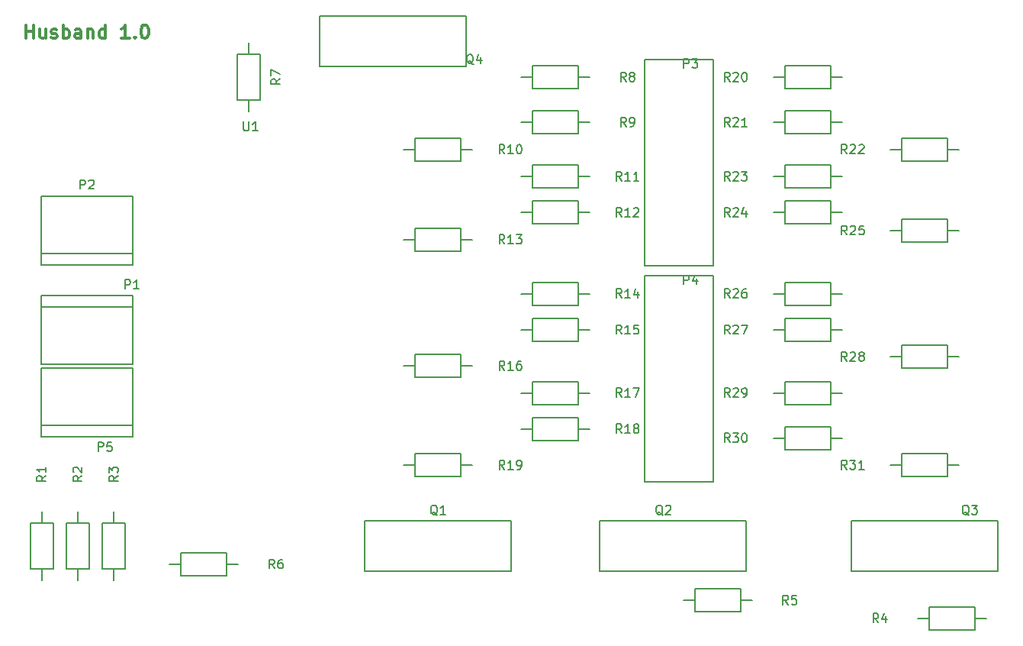
<source format=gbr>
G04 #@! TF.FileFunction,Legend,Top*
%FSLAX46Y46*%
G04 Gerber Fmt 4.6, Leading zero omitted, Abs format (unit mm)*
G04 Created by KiCad (PCBNEW 4.0.1-3.201512221402+6198~38~ubuntu15.04.1-stable) date Mon 11 Jan 2016 13:06:15 CET*
%MOMM*%
G01*
G04 APERTURE LIST*
%ADD10C,0.100000*%
%ADD11C,0.300000*%
%ADD12C,0.150000*%
G04 APERTURE END LIST*
D10*
D11*
X36214286Y-65678571D02*
X36214286Y-64178571D01*
X36214286Y-64892857D02*
X37071429Y-64892857D01*
X37071429Y-65678571D02*
X37071429Y-64178571D01*
X38428572Y-64678571D02*
X38428572Y-65678571D01*
X37785715Y-64678571D02*
X37785715Y-65464286D01*
X37857143Y-65607143D01*
X38000001Y-65678571D01*
X38214286Y-65678571D01*
X38357143Y-65607143D01*
X38428572Y-65535714D01*
X39071429Y-65607143D02*
X39214286Y-65678571D01*
X39500001Y-65678571D01*
X39642858Y-65607143D01*
X39714286Y-65464286D01*
X39714286Y-65392857D01*
X39642858Y-65250000D01*
X39500001Y-65178571D01*
X39285715Y-65178571D01*
X39142858Y-65107143D01*
X39071429Y-64964286D01*
X39071429Y-64892857D01*
X39142858Y-64750000D01*
X39285715Y-64678571D01*
X39500001Y-64678571D01*
X39642858Y-64750000D01*
X40357144Y-65678571D02*
X40357144Y-64178571D01*
X40357144Y-64750000D02*
X40500001Y-64678571D01*
X40785715Y-64678571D01*
X40928572Y-64750000D01*
X41000001Y-64821429D01*
X41071430Y-64964286D01*
X41071430Y-65392857D01*
X41000001Y-65535714D01*
X40928572Y-65607143D01*
X40785715Y-65678571D01*
X40500001Y-65678571D01*
X40357144Y-65607143D01*
X42357144Y-65678571D02*
X42357144Y-64892857D01*
X42285715Y-64750000D01*
X42142858Y-64678571D01*
X41857144Y-64678571D01*
X41714287Y-64750000D01*
X42357144Y-65607143D02*
X42214287Y-65678571D01*
X41857144Y-65678571D01*
X41714287Y-65607143D01*
X41642858Y-65464286D01*
X41642858Y-65321429D01*
X41714287Y-65178571D01*
X41857144Y-65107143D01*
X42214287Y-65107143D01*
X42357144Y-65035714D01*
X43071430Y-64678571D02*
X43071430Y-65678571D01*
X43071430Y-64821429D02*
X43142858Y-64750000D01*
X43285716Y-64678571D01*
X43500001Y-64678571D01*
X43642858Y-64750000D01*
X43714287Y-64892857D01*
X43714287Y-65678571D01*
X45071430Y-65678571D02*
X45071430Y-64178571D01*
X45071430Y-65607143D02*
X44928573Y-65678571D01*
X44642859Y-65678571D01*
X44500001Y-65607143D01*
X44428573Y-65535714D01*
X44357144Y-65392857D01*
X44357144Y-64964286D01*
X44428573Y-64821429D01*
X44500001Y-64750000D01*
X44642859Y-64678571D01*
X44928573Y-64678571D01*
X45071430Y-64750000D01*
X47714287Y-65678571D02*
X46857144Y-65678571D01*
X47285716Y-65678571D02*
X47285716Y-64178571D01*
X47142859Y-64392857D01*
X47000001Y-64535714D01*
X46857144Y-64607143D01*
X48357144Y-65535714D02*
X48428572Y-65607143D01*
X48357144Y-65678571D01*
X48285715Y-65607143D01*
X48357144Y-65535714D01*
X48357144Y-65678571D01*
X49357144Y-64178571D02*
X49500001Y-64178571D01*
X49642858Y-64250000D01*
X49714287Y-64321429D01*
X49785716Y-64464286D01*
X49857144Y-64750000D01*
X49857144Y-65107143D01*
X49785716Y-65392857D01*
X49714287Y-65535714D01*
X49642858Y-65607143D01*
X49500001Y-65678571D01*
X49357144Y-65678571D01*
X49214287Y-65607143D01*
X49142858Y-65535714D01*
X49071430Y-65392857D01*
X49000001Y-65107143D01*
X49000001Y-64750000D01*
X49071430Y-64464286D01*
X49142858Y-64321429D01*
X49214287Y-64250000D01*
X49357144Y-64178571D01*
D12*
X48080000Y-108540000D02*
X37920000Y-108540000D01*
X48080000Y-109810000D02*
X48080000Y-102190000D01*
X48080000Y-102190000D02*
X37920000Y-102190000D01*
X37920000Y-102190000D02*
X37920000Y-109810000D01*
X37920000Y-109810000D02*
X48080000Y-109810000D01*
X48080000Y-89540000D02*
X37920000Y-89540000D01*
X48080000Y-90810000D02*
X48080000Y-83190000D01*
X48080000Y-83190000D02*
X37920000Y-83190000D01*
X37920000Y-83190000D02*
X37920000Y-90810000D01*
X37920000Y-90810000D02*
X48080000Y-90810000D01*
X104920000Y-68000000D02*
X104920000Y-90860000D01*
X104920000Y-90860000D02*
X112540000Y-90860000D01*
X112540000Y-90860000D02*
X112540000Y-68000000D01*
X112540000Y-68000000D02*
X104920000Y-68000000D01*
X104920000Y-92000000D02*
X104920000Y-114860000D01*
X104920000Y-114860000D02*
X112540000Y-114860000D01*
X112540000Y-114860000D02*
X112540000Y-92000000D01*
X112540000Y-92000000D02*
X104920000Y-92000000D01*
X37920000Y-95460000D02*
X48080000Y-95460000D01*
X37920000Y-94190000D02*
X37920000Y-101810000D01*
X37920000Y-101810000D02*
X48080000Y-101810000D01*
X48080000Y-101810000D02*
X48080000Y-94190000D01*
X48080000Y-94190000D02*
X37920000Y-94190000D01*
X90128000Y-124794000D02*
X90128000Y-119206000D01*
X90128000Y-119206000D02*
X73872000Y-119206000D01*
X73872000Y-119206000D02*
X73872000Y-124794000D01*
X73872000Y-124794000D02*
X90128000Y-124794000D01*
X116128000Y-124794000D02*
X116128000Y-119206000D01*
X116128000Y-119206000D02*
X99872000Y-119206000D01*
X99872000Y-119206000D02*
X99872000Y-124794000D01*
X99872000Y-124794000D02*
X116128000Y-124794000D01*
X144128000Y-124794000D02*
X144128000Y-119206000D01*
X144128000Y-119206000D02*
X127872000Y-119206000D01*
X127872000Y-119206000D02*
X127872000Y-124794000D01*
X127872000Y-124794000D02*
X144128000Y-124794000D01*
X68872000Y-63206000D02*
X68872000Y-68794000D01*
X68872000Y-68794000D02*
X85128000Y-68794000D01*
X85128000Y-68794000D02*
X85128000Y-63206000D01*
X85128000Y-63206000D02*
X68872000Y-63206000D01*
X36730000Y-124540000D02*
X36730000Y-119460000D01*
X36730000Y-119460000D02*
X39270000Y-119460000D01*
X39270000Y-119460000D02*
X39270000Y-124540000D01*
X39270000Y-124540000D02*
X36730000Y-124540000D01*
X38000000Y-124540000D02*
X38000000Y-125810000D01*
X38000000Y-119460000D02*
X38000000Y-118190000D01*
X40730000Y-124540000D02*
X40730000Y-119460000D01*
X40730000Y-119460000D02*
X43270000Y-119460000D01*
X43270000Y-119460000D02*
X43270000Y-124540000D01*
X43270000Y-124540000D02*
X40730000Y-124540000D01*
X42000000Y-124540000D02*
X42000000Y-125810000D01*
X42000000Y-119460000D02*
X42000000Y-118190000D01*
X44730000Y-124540000D02*
X44730000Y-119460000D01*
X44730000Y-119460000D02*
X47270000Y-119460000D01*
X47270000Y-119460000D02*
X47270000Y-124540000D01*
X47270000Y-124540000D02*
X44730000Y-124540000D01*
X46000000Y-124540000D02*
X46000000Y-125810000D01*
X46000000Y-119460000D02*
X46000000Y-118190000D01*
X141540000Y-131270000D02*
X136460000Y-131270000D01*
X136460000Y-131270000D02*
X136460000Y-128730000D01*
X136460000Y-128730000D02*
X141540000Y-128730000D01*
X141540000Y-128730000D02*
X141540000Y-131270000D01*
X141540000Y-130000000D02*
X142810000Y-130000000D01*
X136460000Y-130000000D02*
X135190000Y-130000000D01*
X115540000Y-129270000D02*
X110460000Y-129270000D01*
X110460000Y-129270000D02*
X110460000Y-126730000D01*
X110460000Y-126730000D02*
X115540000Y-126730000D01*
X115540000Y-126730000D02*
X115540000Y-129270000D01*
X115540000Y-128000000D02*
X116810000Y-128000000D01*
X110460000Y-128000000D02*
X109190000Y-128000000D01*
X58540000Y-125270000D02*
X53460000Y-125270000D01*
X53460000Y-125270000D02*
X53460000Y-122730000D01*
X53460000Y-122730000D02*
X58540000Y-122730000D01*
X58540000Y-122730000D02*
X58540000Y-125270000D01*
X58540000Y-124000000D02*
X59810000Y-124000000D01*
X53460000Y-124000000D02*
X52190000Y-124000000D01*
X62270000Y-67460000D02*
X62270000Y-72540000D01*
X62270000Y-72540000D02*
X59730000Y-72540000D01*
X59730000Y-72540000D02*
X59730000Y-67460000D01*
X59730000Y-67460000D02*
X62270000Y-67460000D01*
X61000000Y-67460000D02*
X61000000Y-66190000D01*
X61000000Y-72540000D02*
X61000000Y-73810000D01*
X97540000Y-71270000D02*
X92460000Y-71270000D01*
X92460000Y-71270000D02*
X92460000Y-68730000D01*
X92460000Y-68730000D02*
X97540000Y-68730000D01*
X97540000Y-68730000D02*
X97540000Y-71270000D01*
X97540000Y-70000000D02*
X98810000Y-70000000D01*
X92460000Y-70000000D02*
X91190000Y-70000000D01*
X97540000Y-76270000D02*
X92460000Y-76270000D01*
X92460000Y-76270000D02*
X92460000Y-73730000D01*
X92460000Y-73730000D02*
X97540000Y-73730000D01*
X97540000Y-73730000D02*
X97540000Y-76270000D01*
X97540000Y-75000000D02*
X98810000Y-75000000D01*
X92460000Y-75000000D02*
X91190000Y-75000000D01*
X84540000Y-79270000D02*
X79460000Y-79270000D01*
X79460000Y-79270000D02*
X79460000Y-76730000D01*
X79460000Y-76730000D02*
X84540000Y-76730000D01*
X84540000Y-76730000D02*
X84540000Y-79270000D01*
X84540000Y-78000000D02*
X85810000Y-78000000D01*
X79460000Y-78000000D02*
X78190000Y-78000000D01*
X97540000Y-82270000D02*
X92460000Y-82270000D01*
X92460000Y-82270000D02*
X92460000Y-79730000D01*
X92460000Y-79730000D02*
X97540000Y-79730000D01*
X97540000Y-79730000D02*
X97540000Y-82270000D01*
X97540000Y-81000000D02*
X98810000Y-81000000D01*
X92460000Y-81000000D02*
X91190000Y-81000000D01*
X97540000Y-86270000D02*
X92460000Y-86270000D01*
X92460000Y-86270000D02*
X92460000Y-83730000D01*
X92460000Y-83730000D02*
X97540000Y-83730000D01*
X97540000Y-83730000D02*
X97540000Y-86270000D01*
X97540000Y-85000000D02*
X98810000Y-85000000D01*
X92460000Y-85000000D02*
X91190000Y-85000000D01*
X84540000Y-89270000D02*
X79460000Y-89270000D01*
X79460000Y-89270000D02*
X79460000Y-86730000D01*
X79460000Y-86730000D02*
X84540000Y-86730000D01*
X84540000Y-86730000D02*
X84540000Y-89270000D01*
X84540000Y-88000000D02*
X85810000Y-88000000D01*
X79460000Y-88000000D02*
X78190000Y-88000000D01*
X97540000Y-95270000D02*
X92460000Y-95270000D01*
X92460000Y-95270000D02*
X92460000Y-92730000D01*
X92460000Y-92730000D02*
X97540000Y-92730000D01*
X97540000Y-92730000D02*
X97540000Y-95270000D01*
X97540000Y-94000000D02*
X98810000Y-94000000D01*
X92460000Y-94000000D02*
X91190000Y-94000000D01*
X97540000Y-99270000D02*
X92460000Y-99270000D01*
X92460000Y-99270000D02*
X92460000Y-96730000D01*
X92460000Y-96730000D02*
X97540000Y-96730000D01*
X97540000Y-96730000D02*
X97540000Y-99270000D01*
X97540000Y-98000000D02*
X98810000Y-98000000D01*
X92460000Y-98000000D02*
X91190000Y-98000000D01*
X84540000Y-103270000D02*
X79460000Y-103270000D01*
X79460000Y-103270000D02*
X79460000Y-100730000D01*
X79460000Y-100730000D02*
X84540000Y-100730000D01*
X84540000Y-100730000D02*
X84540000Y-103270000D01*
X84540000Y-102000000D02*
X85810000Y-102000000D01*
X79460000Y-102000000D02*
X78190000Y-102000000D01*
X97540000Y-106270000D02*
X92460000Y-106270000D01*
X92460000Y-106270000D02*
X92460000Y-103730000D01*
X92460000Y-103730000D02*
X97540000Y-103730000D01*
X97540000Y-103730000D02*
X97540000Y-106270000D01*
X97540000Y-105000000D02*
X98810000Y-105000000D01*
X92460000Y-105000000D02*
X91190000Y-105000000D01*
X97540000Y-110270000D02*
X92460000Y-110270000D01*
X92460000Y-110270000D02*
X92460000Y-107730000D01*
X92460000Y-107730000D02*
X97540000Y-107730000D01*
X97540000Y-107730000D02*
X97540000Y-110270000D01*
X97540000Y-109000000D02*
X98810000Y-109000000D01*
X92460000Y-109000000D02*
X91190000Y-109000000D01*
X84540000Y-114270000D02*
X79460000Y-114270000D01*
X79460000Y-114270000D02*
X79460000Y-111730000D01*
X79460000Y-111730000D02*
X84540000Y-111730000D01*
X84540000Y-111730000D02*
X84540000Y-114270000D01*
X84540000Y-113000000D02*
X85810000Y-113000000D01*
X79460000Y-113000000D02*
X78190000Y-113000000D01*
X125540000Y-71270000D02*
X120460000Y-71270000D01*
X120460000Y-71270000D02*
X120460000Y-68730000D01*
X120460000Y-68730000D02*
X125540000Y-68730000D01*
X125540000Y-68730000D02*
X125540000Y-71270000D01*
X125540000Y-70000000D02*
X126810000Y-70000000D01*
X120460000Y-70000000D02*
X119190000Y-70000000D01*
X125540000Y-76270000D02*
X120460000Y-76270000D01*
X120460000Y-76270000D02*
X120460000Y-73730000D01*
X120460000Y-73730000D02*
X125540000Y-73730000D01*
X125540000Y-73730000D02*
X125540000Y-76270000D01*
X125540000Y-75000000D02*
X126810000Y-75000000D01*
X120460000Y-75000000D02*
X119190000Y-75000000D01*
X138540000Y-79270000D02*
X133460000Y-79270000D01*
X133460000Y-79270000D02*
X133460000Y-76730000D01*
X133460000Y-76730000D02*
X138540000Y-76730000D01*
X138540000Y-76730000D02*
X138540000Y-79270000D01*
X138540000Y-78000000D02*
X139810000Y-78000000D01*
X133460000Y-78000000D02*
X132190000Y-78000000D01*
X125540000Y-82270000D02*
X120460000Y-82270000D01*
X120460000Y-82270000D02*
X120460000Y-79730000D01*
X120460000Y-79730000D02*
X125540000Y-79730000D01*
X125540000Y-79730000D02*
X125540000Y-82270000D01*
X125540000Y-81000000D02*
X126810000Y-81000000D01*
X120460000Y-81000000D02*
X119190000Y-81000000D01*
X125540000Y-86270000D02*
X120460000Y-86270000D01*
X120460000Y-86270000D02*
X120460000Y-83730000D01*
X120460000Y-83730000D02*
X125540000Y-83730000D01*
X125540000Y-83730000D02*
X125540000Y-86270000D01*
X125540000Y-85000000D02*
X126810000Y-85000000D01*
X120460000Y-85000000D02*
X119190000Y-85000000D01*
X138540000Y-88270000D02*
X133460000Y-88270000D01*
X133460000Y-88270000D02*
X133460000Y-85730000D01*
X133460000Y-85730000D02*
X138540000Y-85730000D01*
X138540000Y-85730000D02*
X138540000Y-88270000D01*
X138540000Y-87000000D02*
X139810000Y-87000000D01*
X133460000Y-87000000D02*
X132190000Y-87000000D01*
X125540000Y-95270000D02*
X120460000Y-95270000D01*
X120460000Y-95270000D02*
X120460000Y-92730000D01*
X120460000Y-92730000D02*
X125540000Y-92730000D01*
X125540000Y-92730000D02*
X125540000Y-95270000D01*
X125540000Y-94000000D02*
X126810000Y-94000000D01*
X120460000Y-94000000D02*
X119190000Y-94000000D01*
X125540000Y-99270000D02*
X120460000Y-99270000D01*
X120460000Y-99270000D02*
X120460000Y-96730000D01*
X120460000Y-96730000D02*
X125540000Y-96730000D01*
X125540000Y-96730000D02*
X125540000Y-99270000D01*
X125540000Y-98000000D02*
X126810000Y-98000000D01*
X120460000Y-98000000D02*
X119190000Y-98000000D01*
X138540000Y-102270000D02*
X133460000Y-102270000D01*
X133460000Y-102270000D02*
X133460000Y-99730000D01*
X133460000Y-99730000D02*
X138540000Y-99730000D01*
X138540000Y-99730000D02*
X138540000Y-102270000D01*
X138540000Y-101000000D02*
X139810000Y-101000000D01*
X133460000Y-101000000D02*
X132190000Y-101000000D01*
X125540000Y-106270000D02*
X120460000Y-106270000D01*
X120460000Y-106270000D02*
X120460000Y-103730000D01*
X120460000Y-103730000D02*
X125540000Y-103730000D01*
X125540000Y-103730000D02*
X125540000Y-106270000D01*
X125540000Y-105000000D02*
X126810000Y-105000000D01*
X120460000Y-105000000D02*
X119190000Y-105000000D01*
X125540000Y-111270000D02*
X120460000Y-111270000D01*
X120460000Y-111270000D02*
X120460000Y-108730000D01*
X120460000Y-108730000D02*
X125540000Y-108730000D01*
X125540000Y-108730000D02*
X125540000Y-111270000D01*
X125540000Y-110000000D02*
X126810000Y-110000000D01*
X120460000Y-110000000D02*
X119190000Y-110000000D01*
X138540000Y-114270000D02*
X133460000Y-114270000D01*
X133460000Y-114270000D02*
X133460000Y-111730000D01*
X133460000Y-111730000D02*
X138540000Y-111730000D01*
X138540000Y-111730000D02*
X138540000Y-114270000D01*
X138540000Y-113000000D02*
X139810000Y-113000000D01*
X133460000Y-113000000D02*
X132190000Y-113000000D01*
X47261905Y-93452381D02*
X47261905Y-92452381D01*
X47642858Y-92452381D01*
X47738096Y-92500000D01*
X47785715Y-92547619D01*
X47833334Y-92642857D01*
X47833334Y-92785714D01*
X47785715Y-92880952D01*
X47738096Y-92928571D01*
X47642858Y-92976190D01*
X47261905Y-92976190D01*
X48785715Y-93452381D02*
X48214286Y-93452381D01*
X48500000Y-93452381D02*
X48500000Y-92452381D01*
X48404762Y-92595238D01*
X48309524Y-92690476D01*
X48214286Y-92738095D01*
X42261905Y-82372381D02*
X42261905Y-81372381D01*
X42642858Y-81372381D01*
X42738096Y-81420000D01*
X42785715Y-81467619D01*
X42833334Y-81562857D01*
X42833334Y-81705714D01*
X42785715Y-81800952D01*
X42738096Y-81848571D01*
X42642858Y-81896190D01*
X42261905Y-81896190D01*
X43214286Y-81467619D02*
X43261905Y-81420000D01*
X43357143Y-81372381D01*
X43595239Y-81372381D01*
X43690477Y-81420000D01*
X43738096Y-81467619D01*
X43785715Y-81562857D01*
X43785715Y-81658095D01*
X43738096Y-81800952D01*
X43166667Y-82372381D01*
X43785715Y-82372381D01*
X109261905Y-68952381D02*
X109261905Y-67952381D01*
X109642858Y-67952381D01*
X109738096Y-68000000D01*
X109785715Y-68047619D01*
X109833334Y-68142857D01*
X109833334Y-68285714D01*
X109785715Y-68380952D01*
X109738096Y-68428571D01*
X109642858Y-68476190D01*
X109261905Y-68476190D01*
X110166667Y-67952381D02*
X110785715Y-67952381D01*
X110452381Y-68333333D01*
X110595239Y-68333333D01*
X110690477Y-68380952D01*
X110738096Y-68428571D01*
X110785715Y-68523810D01*
X110785715Y-68761905D01*
X110738096Y-68857143D01*
X110690477Y-68904762D01*
X110595239Y-68952381D01*
X110309524Y-68952381D01*
X110214286Y-68904762D01*
X110166667Y-68857143D01*
X109261905Y-92952381D02*
X109261905Y-91952381D01*
X109642858Y-91952381D01*
X109738096Y-92000000D01*
X109785715Y-92047619D01*
X109833334Y-92142857D01*
X109833334Y-92285714D01*
X109785715Y-92380952D01*
X109738096Y-92428571D01*
X109642858Y-92476190D01*
X109261905Y-92476190D01*
X110690477Y-92285714D02*
X110690477Y-92952381D01*
X110452381Y-91904762D02*
X110214286Y-92619048D01*
X110833334Y-92619048D01*
X44261905Y-111452381D02*
X44261905Y-110452381D01*
X44642858Y-110452381D01*
X44738096Y-110500000D01*
X44785715Y-110547619D01*
X44833334Y-110642857D01*
X44833334Y-110785714D01*
X44785715Y-110880952D01*
X44738096Y-110928571D01*
X44642858Y-110976190D01*
X44261905Y-110976190D01*
X45738096Y-110452381D02*
X45261905Y-110452381D01*
X45214286Y-110928571D01*
X45261905Y-110880952D01*
X45357143Y-110833333D01*
X45595239Y-110833333D01*
X45690477Y-110880952D01*
X45738096Y-110928571D01*
X45785715Y-111023810D01*
X45785715Y-111261905D01*
X45738096Y-111357143D01*
X45690477Y-111404762D01*
X45595239Y-111452381D01*
X45357143Y-111452381D01*
X45261905Y-111404762D01*
X45214286Y-111357143D01*
X81904762Y-118547619D02*
X81809524Y-118500000D01*
X81714286Y-118404762D01*
X81571429Y-118261905D01*
X81476190Y-118214286D01*
X81380952Y-118214286D01*
X81428571Y-118452381D02*
X81333333Y-118404762D01*
X81238095Y-118309524D01*
X81190476Y-118119048D01*
X81190476Y-117785714D01*
X81238095Y-117595238D01*
X81333333Y-117500000D01*
X81428571Y-117452381D01*
X81619048Y-117452381D01*
X81714286Y-117500000D01*
X81809524Y-117595238D01*
X81857143Y-117785714D01*
X81857143Y-118119048D01*
X81809524Y-118309524D01*
X81714286Y-118404762D01*
X81619048Y-118452381D01*
X81428571Y-118452381D01*
X82809524Y-118452381D02*
X82238095Y-118452381D01*
X82523809Y-118452381D02*
X82523809Y-117452381D01*
X82428571Y-117595238D01*
X82333333Y-117690476D01*
X82238095Y-117738095D01*
X106904762Y-118547619D02*
X106809524Y-118500000D01*
X106714286Y-118404762D01*
X106571429Y-118261905D01*
X106476190Y-118214286D01*
X106380952Y-118214286D01*
X106428571Y-118452381D02*
X106333333Y-118404762D01*
X106238095Y-118309524D01*
X106190476Y-118119048D01*
X106190476Y-117785714D01*
X106238095Y-117595238D01*
X106333333Y-117500000D01*
X106428571Y-117452381D01*
X106619048Y-117452381D01*
X106714286Y-117500000D01*
X106809524Y-117595238D01*
X106857143Y-117785714D01*
X106857143Y-118119048D01*
X106809524Y-118309524D01*
X106714286Y-118404762D01*
X106619048Y-118452381D01*
X106428571Y-118452381D01*
X107238095Y-117547619D02*
X107285714Y-117500000D01*
X107380952Y-117452381D01*
X107619048Y-117452381D01*
X107714286Y-117500000D01*
X107761905Y-117547619D01*
X107809524Y-117642857D01*
X107809524Y-117738095D01*
X107761905Y-117880952D01*
X107190476Y-118452381D01*
X107809524Y-118452381D01*
X140904762Y-118547619D02*
X140809524Y-118500000D01*
X140714286Y-118404762D01*
X140571429Y-118261905D01*
X140476190Y-118214286D01*
X140380952Y-118214286D01*
X140428571Y-118452381D02*
X140333333Y-118404762D01*
X140238095Y-118309524D01*
X140190476Y-118119048D01*
X140190476Y-117785714D01*
X140238095Y-117595238D01*
X140333333Y-117500000D01*
X140428571Y-117452381D01*
X140619048Y-117452381D01*
X140714286Y-117500000D01*
X140809524Y-117595238D01*
X140857143Y-117785714D01*
X140857143Y-118119048D01*
X140809524Y-118309524D01*
X140714286Y-118404762D01*
X140619048Y-118452381D01*
X140428571Y-118452381D01*
X141190476Y-117452381D02*
X141809524Y-117452381D01*
X141476190Y-117833333D01*
X141619048Y-117833333D01*
X141714286Y-117880952D01*
X141761905Y-117928571D01*
X141809524Y-118023810D01*
X141809524Y-118261905D01*
X141761905Y-118357143D01*
X141714286Y-118404762D01*
X141619048Y-118452381D01*
X141333333Y-118452381D01*
X141238095Y-118404762D01*
X141190476Y-118357143D01*
X85904762Y-68547619D02*
X85809524Y-68500000D01*
X85714286Y-68404762D01*
X85571429Y-68261905D01*
X85476190Y-68214286D01*
X85380952Y-68214286D01*
X85428571Y-68452381D02*
X85333333Y-68404762D01*
X85238095Y-68309524D01*
X85190476Y-68119048D01*
X85190476Y-67785714D01*
X85238095Y-67595238D01*
X85333333Y-67500000D01*
X85428571Y-67452381D01*
X85619048Y-67452381D01*
X85714286Y-67500000D01*
X85809524Y-67595238D01*
X85857143Y-67785714D01*
X85857143Y-68119048D01*
X85809524Y-68309524D01*
X85714286Y-68404762D01*
X85619048Y-68452381D01*
X85428571Y-68452381D01*
X86714286Y-67785714D02*
X86714286Y-68452381D01*
X86476190Y-67404762D02*
X86238095Y-68119048D01*
X86857143Y-68119048D01*
X38452381Y-114166666D02*
X37976190Y-114500000D01*
X38452381Y-114738095D02*
X37452381Y-114738095D01*
X37452381Y-114357142D01*
X37500000Y-114261904D01*
X37547619Y-114214285D01*
X37642857Y-114166666D01*
X37785714Y-114166666D01*
X37880952Y-114214285D01*
X37928571Y-114261904D01*
X37976190Y-114357142D01*
X37976190Y-114738095D01*
X38452381Y-113214285D02*
X38452381Y-113785714D01*
X38452381Y-113500000D02*
X37452381Y-113500000D01*
X37595238Y-113595238D01*
X37690476Y-113690476D01*
X37738095Y-113785714D01*
X42452381Y-114166666D02*
X41976190Y-114500000D01*
X42452381Y-114738095D02*
X41452381Y-114738095D01*
X41452381Y-114357142D01*
X41500000Y-114261904D01*
X41547619Y-114214285D01*
X41642857Y-114166666D01*
X41785714Y-114166666D01*
X41880952Y-114214285D01*
X41928571Y-114261904D01*
X41976190Y-114357142D01*
X41976190Y-114738095D01*
X41547619Y-113785714D02*
X41500000Y-113738095D01*
X41452381Y-113642857D01*
X41452381Y-113404761D01*
X41500000Y-113309523D01*
X41547619Y-113261904D01*
X41642857Y-113214285D01*
X41738095Y-113214285D01*
X41880952Y-113261904D01*
X42452381Y-113833333D01*
X42452381Y-113214285D01*
X46452381Y-114166666D02*
X45976190Y-114500000D01*
X46452381Y-114738095D02*
X45452381Y-114738095D01*
X45452381Y-114357142D01*
X45500000Y-114261904D01*
X45547619Y-114214285D01*
X45642857Y-114166666D01*
X45785714Y-114166666D01*
X45880952Y-114214285D01*
X45928571Y-114261904D01*
X45976190Y-114357142D01*
X45976190Y-114738095D01*
X45452381Y-113833333D02*
X45452381Y-113214285D01*
X45833333Y-113547619D01*
X45833333Y-113404761D01*
X45880952Y-113309523D01*
X45928571Y-113261904D01*
X46023810Y-113214285D01*
X46261905Y-113214285D01*
X46357143Y-113261904D01*
X46404762Y-113309523D01*
X46452381Y-113404761D01*
X46452381Y-113690476D01*
X46404762Y-113785714D01*
X46357143Y-113833333D01*
X130833334Y-130452381D02*
X130500000Y-129976190D01*
X130261905Y-130452381D02*
X130261905Y-129452381D01*
X130642858Y-129452381D01*
X130738096Y-129500000D01*
X130785715Y-129547619D01*
X130833334Y-129642857D01*
X130833334Y-129785714D01*
X130785715Y-129880952D01*
X130738096Y-129928571D01*
X130642858Y-129976190D01*
X130261905Y-129976190D01*
X131690477Y-129785714D02*
X131690477Y-130452381D01*
X131452381Y-129404762D02*
X131214286Y-130119048D01*
X131833334Y-130119048D01*
X120833334Y-128452381D02*
X120500000Y-127976190D01*
X120261905Y-128452381D02*
X120261905Y-127452381D01*
X120642858Y-127452381D01*
X120738096Y-127500000D01*
X120785715Y-127547619D01*
X120833334Y-127642857D01*
X120833334Y-127785714D01*
X120785715Y-127880952D01*
X120738096Y-127928571D01*
X120642858Y-127976190D01*
X120261905Y-127976190D01*
X121738096Y-127452381D02*
X121261905Y-127452381D01*
X121214286Y-127928571D01*
X121261905Y-127880952D01*
X121357143Y-127833333D01*
X121595239Y-127833333D01*
X121690477Y-127880952D01*
X121738096Y-127928571D01*
X121785715Y-128023810D01*
X121785715Y-128261905D01*
X121738096Y-128357143D01*
X121690477Y-128404762D01*
X121595239Y-128452381D01*
X121357143Y-128452381D01*
X121261905Y-128404762D01*
X121214286Y-128357143D01*
X63833334Y-124452381D02*
X63500000Y-123976190D01*
X63261905Y-124452381D02*
X63261905Y-123452381D01*
X63642858Y-123452381D01*
X63738096Y-123500000D01*
X63785715Y-123547619D01*
X63833334Y-123642857D01*
X63833334Y-123785714D01*
X63785715Y-123880952D01*
X63738096Y-123928571D01*
X63642858Y-123976190D01*
X63261905Y-123976190D01*
X64690477Y-123452381D02*
X64500000Y-123452381D01*
X64404762Y-123500000D01*
X64357143Y-123547619D01*
X64261905Y-123690476D01*
X64214286Y-123880952D01*
X64214286Y-124261905D01*
X64261905Y-124357143D01*
X64309524Y-124404762D01*
X64404762Y-124452381D01*
X64595239Y-124452381D01*
X64690477Y-124404762D01*
X64738096Y-124357143D01*
X64785715Y-124261905D01*
X64785715Y-124023810D01*
X64738096Y-123928571D01*
X64690477Y-123880952D01*
X64595239Y-123833333D01*
X64404762Y-123833333D01*
X64309524Y-123880952D01*
X64261905Y-123928571D01*
X64214286Y-124023810D01*
X64452381Y-70166666D02*
X63976190Y-70500000D01*
X64452381Y-70738095D02*
X63452381Y-70738095D01*
X63452381Y-70357142D01*
X63500000Y-70261904D01*
X63547619Y-70214285D01*
X63642857Y-70166666D01*
X63785714Y-70166666D01*
X63880952Y-70214285D01*
X63928571Y-70261904D01*
X63976190Y-70357142D01*
X63976190Y-70738095D01*
X63452381Y-69833333D02*
X63452381Y-69166666D01*
X64452381Y-69595238D01*
X102833334Y-70452381D02*
X102500000Y-69976190D01*
X102261905Y-70452381D02*
X102261905Y-69452381D01*
X102642858Y-69452381D01*
X102738096Y-69500000D01*
X102785715Y-69547619D01*
X102833334Y-69642857D01*
X102833334Y-69785714D01*
X102785715Y-69880952D01*
X102738096Y-69928571D01*
X102642858Y-69976190D01*
X102261905Y-69976190D01*
X103404762Y-69880952D02*
X103309524Y-69833333D01*
X103261905Y-69785714D01*
X103214286Y-69690476D01*
X103214286Y-69642857D01*
X103261905Y-69547619D01*
X103309524Y-69500000D01*
X103404762Y-69452381D01*
X103595239Y-69452381D01*
X103690477Y-69500000D01*
X103738096Y-69547619D01*
X103785715Y-69642857D01*
X103785715Y-69690476D01*
X103738096Y-69785714D01*
X103690477Y-69833333D01*
X103595239Y-69880952D01*
X103404762Y-69880952D01*
X103309524Y-69928571D01*
X103261905Y-69976190D01*
X103214286Y-70071429D01*
X103214286Y-70261905D01*
X103261905Y-70357143D01*
X103309524Y-70404762D01*
X103404762Y-70452381D01*
X103595239Y-70452381D01*
X103690477Y-70404762D01*
X103738096Y-70357143D01*
X103785715Y-70261905D01*
X103785715Y-70071429D01*
X103738096Y-69976190D01*
X103690477Y-69928571D01*
X103595239Y-69880952D01*
X102833334Y-75452381D02*
X102500000Y-74976190D01*
X102261905Y-75452381D02*
X102261905Y-74452381D01*
X102642858Y-74452381D01*
X102738096Y-74500000D01*
X102785715Y-74547619D01*
X102833334Y-74642857D01*
X102833334Y-74785714D01*
X102785715Y-74880952D01*
X102738096Y-74928571D01*
X102642858Y-74976190D01*
X102261905Y-74976190D01*
X103309524Y-75452381D02*
X103500000Y-75452381D01*
X103595239Y-75404762D01*
X103642858Y-75357143D01*
X103738096Y-75214286D01*
X103785715Y-75023810D01*
X103785715Y-74642857D01*
X103738096Y-74547619D01*
X103690477Y-74500000D01*
X103595239Y-74452381D01*
X103404762Y-74452381D01*
X103309524Y-74500000D01*
X103261905Y-74547619D01*
X103214286Y-74642857D01*
X103214286Y-74880952D01*
X103261905Y-74976190D01*
X103309524Y-75023810D01*
X103404762Y-75071429D01*
X103595239Y-75071429D01*
X103690477Y-75023810D01*
X103738096Y-74976190D01*
X103785715Y-74880952D01*
X89357143Y-78452381D02*
X89023809Y-77976190D01*
X88785714Y-78452381D02*
X88785714Y-77452381D01*
X89166667Y-77452381D01*
X89261905Y-77500000D01*
X89309524Y-77547619D01*
X89357143Y-77642857D01*
X89357143Y-77785714D01*
X89309524Y-77880952D01*
X89261905Y-77928571D01*
X89166667Y-77976190D01*
X88785714Y-77976190D01*
X90309524Y-78452381D02*
X89738095Y-78452381D01*
X90023809Y-78452381D02*
X90023809Y-77452381D01*
X89928571Y-77595238D01*
X89833333Y-77690476D01*
X89738095Y-77738095D01*
X90928571Y-77452381D02*
X91023810Y-77452381D01*
X91119048Y-77500000D01*
X91166667Y-77547619D01*
X91214286Y-77642857D01*
X91261905Y-77833333D01*
X91261905Y-78071429D01*
X91214286Y-78261905D01*
X91166667Y-78357143D01*
X91119048Y-78404762D01*
X91023810Y-78452381D01*
X90928571Y-78452381D01*
X90833333Y-78404762D01*
X90785714Y-78357143D01*
X90738095Y-78261905D01*
X90690476Y-78071429D01*
X90690476Y-77833333D01*
X90738095Y-77642857D01*
X90785714Y-77547619D01*
X90833333Y-77500000D01*
X90928571Y-77452381D01*
X102357143Y-81452381D02*
X102023809Y-80976190D01*
X101785714Y-81452381D02*
X101785714Y-80452381D01*
X102166667Y-80452381D01*
X102261905Y-80500000D01*
X102309524Y-80547619D01*
X102357143Y-80642857D01*
X102357143Y-80785714D01*
X102309524Y-80880952D01*
X102261905Y-80928571D01*
X102166667Y-80976190D01*
X101785714Y-80976190D01*
X103309524Y-81452381D02*
X102738095Y-81452381D01*
X103023809Y-81452381D02*
X103023809Y-80452381D01*
X102928571Y-80595238D01*
X102833333Y-80690476D01*
X102738095Y-80738095D01*
X104261905Y-81452381D02*
X103690476Y-81452381D01*
X103976190Y-81452381D02*
X103976190Y-80452381D01*
X103880952Y-80595238D01*
X103785714Y-80690476D01*
X103690476Y-80738095D01*
X102357143Y-85452381D02*
X102023809Y-84976190D01*
X101785714Y-85452381D02*
X101785714Y-84452381D01*
X102166667Y-84452381D01*
X102261905Y-84500000D01*
X102309524Y-84547619D01*
X102357143Y-84642857D01*
X102357143Y-84785714D01*
X102309524Y-84880952D01*
X102261905Y-84928571D01*
X102166667Y-84976190D01*
X101785714Y-84976190D01*
X103309524Y-85452381D02*
X102738095Y-85452381D01*
X103023809Y-85452381D02*
X103023809Y-84452381D01*
X102928571Y-84595238D01*
X102833333Y-84690476D01*
X102738095Y-84738095D01*
X103690476Y-84547619D02*
X103738095Y-84500000D01*
X103833333Y-84452381D01*
X104071429Y-84452381D01*
X104166667Y-84500000D01*
X104214286Y-84547619D01*
X104261905Y-84642857D01*
X104261905Y-84738095D01*
X104214286Y-84880952D01*
X103642857Y-85452381D01*
X104261905Y-85452381D01*
X89357143Y-88452381D02*
X89023809Y-87976190D01*
X88785714Y-88452381D02*
X88785714Y-87452381D01*
X89166667Y-87452381D01*
X89261905Y-87500000D01*
X89309524Y-87547619D01*
X89357143Y-87642857D01*
X89357143Y-87785714D01*
X89309524Y-87880952D01*
X89261905Y-87928571D01*
X89166667Y-87976190D01*
X88785714Y-87976190D01*
X90309524Y-88452381D02*
X89738095Y-88452381D01*
X90023809Y-88452381D02*
X90023809Y-87452381D01*
X89928571Y-87595238D01*
X89833333Y-87690476D01*
X89738095Y-87738095D01*
X90642857Y-87452381D02*
X91261905Y-87452381D01*
X90928571Y-87833333D01*
X91071429Y-87833333D01*
X91166667Y-87880952D01*
X91214286Y-87928571D01*
X91261905Y-88023810D01*
X91261905Y-88261905D01*
X91214286Y-88357143D01*
X91166667Y-88404762D01*
X91071429Y-88452381D01*
X90785714Y-88452381D01*
X90690476Y-88404762D01*
X90642857Y-88357143D01*
X102357143Y-94452381D02*
X102023809Y-93976190D01*
X101785714Y-94452381D02*
X101785714Y-93452381D01*
X102166667Y-93452381D01*
X102261905Y-93500000D01*
X102309524Y-93547619D01*
X102357143Y-93642857D01*
X102357143Y-93785714D01*
X102309524Y-93880952D01*
X102261905Y-93928571D01*
X102166667Y-93976190D01*
X101785714Y-93976190D01*
X103309524Y-94452381D02*
X102738095Y-94452381D01*
X103023809Y-94452381D02*
X103023809Y-93452381D01*
X102928571Y-93595238D01*
X102833333Y-93690476D01*
X102738095Y-93738095D01*
X104166667Y-93785714D02*
X104166667Y-94452381D01*
X103928571Y-93404762D02*
X103690476Y-94119048D01*
X104309524Y-94119048D01*
X102357143Y-98452381D02*
X102023809Y-97976190D01*
X101785714Y-98452381D02*
X101785714Y-97452381D01*
X102166667Y-97452381D01*
X102261905Y-97500000D01*
X102309524Y-97547619D01*
X102357143Y-97642857D01*
X102357143Y-97785714D01*
X102309524Y-97880952D01*
X102261905Y-97928571D01*
X102166667Y-97976190D01*
X101785714Y-97976190D01*
X103309524Y-98452381D02*
X102738095Y-98452381D01*
X103023809Y-98452381D02*
X103023809Y-97452381D01*
X102928571Y-97595238D01*
X102833333Y-97690476D01*
X102738095Y-97738095D01*
X104214286Y-97452381D02*
X103738095Y-97452381D01*
X103690476Y-97928571D01*
X103738095Y-97880952D01*
X103833333Y-97833333D01*
X104071429Y-97833333D01*
X104166667Y-97880952D01*
X104214286Y-97928571D01*
X104261905Y-98023810D01*
X104261905Y-98261905D01*
X104214286Y-98357143D01*
X104166667Y-98404762D01*
X104071429Y-98452381D01*
X103833333Y-98452381D01*
X103738095Y-98404762D01*
X103690476Y-98357143D01*
X89357143Y-102452381D02*
X89023809Y-101976190D01*
X88785714Y-102452381D02*
X88785714Y-101452381D01*
X89166667Y-101452381D01*
X89261905Y-101500000D01*
X89309524Y-101547619D01*
X89357143Y-101642857D01*
X89357143Y-101785714D01*
X89309524Y-101880952D01*
X89261905Y-101928571D01*
X89166667Y-101976190D01*
X88785714Y-101976190D01*
X90309524Y-102452381D02*
X89738095Y-102452381D01*
X90023809Y-102452381D02*
X90023809Y-101452381D01*
X89928571Y-101595238D01*
X89833333Y-101690476D01*
X89738095Y-101738095D01*
X91166667Y-101452381D02*
X90976190Y-101452381D01*
X90880952Y-101500000D01*
X90833333Y-101547619D01*
X90738095Y-101690476D01*
X90690476Y-101880952D01*
X90690476Y-102261905D01*
X90738095Y-102357143D01*
X90785714Y-102404762D01*
X90880952Y-102452381D01*
X91071429Y-102452381D01*
X91166667Y-102404762D01*
X91214286Y-102357143D01*
X91261905Y-102261905D01*
X91261905Y-102023810D01*
X91214286Y-101928571D01*
X91166667Y-101880952D01*
X91071429Y-101833333D01*
X90880952Y-101833333D01*
X90785714Y-101880952D01*
X90738095Y-101928571D01*
X90690476Y-102023810D01*
X102357143Y-105452381D02*
X102023809Y-104976190D01*
X101785714Y-105452381D02*
X101785714Y-104452381D01*
X102166667Y-104452381D01*
X102261905Y-104500000D01*
X102309524Y-104547619D01*
X102357143Y-104642857D01*
X102357143Y-104785714D01*
X102309524Y-104880952D01*
X102261905Y-104928571D01*
X102166667Y-104976190D01*
X101785714Y-104976190D01*
X103309524Y-105452381D02*
X102738095Y-105452381D01*
X103023809Y-105452381D02*
X103023809Y-104452381D01*
X102928571Y-104595238D01*
X102833333Y-104690476D01*
X102738095Y-104738095D01*
X103642857Y-104452381D02*
X104309524Y-104452381D01*
X103880952Y-105452381D01*
X102357143Y-109452381D02*
X102023809Y-108976190D01*
X101785714Y-109452381D02*
X101785714Y-108452381D01*
X102166667Y-108452381D01*
X102261905Y-108500000D01*
X102309524Y-108547619D01*
X102357143Y-108642857D01*
X102357143Y-108785714D01*
X102309524Y-108880952D01*
X102261905Y-108928571D01*
X102166667Y-108976190D01*
X101785714Y-108976190D01*
X103309524Y-109452381D02*
X102738095Y-109452381D01*
X103023809Y-109452381D02*
X103023809Y-108452381D01*
X102928571Y-108595238D01*
X102833333Y-108690476D01*
X102738095Y-108738095D01*
X103880952Y-108880952D02*
X103785714Y-108833333D01*
X103738095Y-108785714D01*
X103690476Y-108690476D01*
X103690476Y-108642857D01*
X103738095Y-108547619D01*
X103785714Y-108500000D01*
X103880952Y-108452381D01*
X104071429Y-108452381D01*
X104166667Y-108500000D01*
X104214286Y-108547619D01*
X104261905Y-108642857D01*
X104261905Y-108690476D01*
X104214286Y-108785714D01*
X104166667Y-108833333D01*
X104071429Y-108880952D01*
X103880952Y-108880952D01*
X103785714Y-108928571D01*
X103738095Y-108976190D01*
X103690476Y-109071429D01*
X103690476Y-109261905D01*
X103738095Y-109357143D01*
X103785714Y-109404762D01*
X103880952Y-109452381D01*
X104071429Y-109452381D01*
X104166667Y-109404762D01*
X104214286Y-109357143D01*
X104261905Y-109261905D01*
X104261905Y-109071429D01*
X104214286Y-108976190D01*
X104166667Y-108928571D01*
X104071429Y-108880952D01*
X89357143Y-113452381D02*
X89023809Y-112976190D01*
X88785714Y-113452381D02*
X88785714Y-112452381D01*
X89166667Y-112452381D01*
X89261905Y-112500000D01*
X89309524Y-112547619D01*
X89357143Y-112642857D01*
X89357143Y-112785714D01*
X89309524Y-112880952D01*
X89261905Y-112928571D01*
X89166667Y-112976190D01*
X88785714Y-112976190D01*
X90309524Y-113452381D02*
X89738095Y-113452381D01*
X90023809Y-113452381D02*
X90023809Y-112452381D01*
X89928571Y-112595238D01*
X89833333Y-112690476D01*
X89738095Y-112738095D01*
X90785714Y-113452381D02*
X90976190Y-113452381D01*
X91071429Y-113404762D01*
X91119048Y-113357143D01*
X91214286Y-113214286D01*
X91261905Y-113023810D01*
X91261905Y-112642857D01*
X91214286Y-112547619D01*
X91166667Y-112500000D01*
X91071429Y-112452381D01*
X90880952Y-112452381D01*
X90785714Y-112500000D01*
X90738095Y-112547619D01*
X90690476Y-112642857D01*
X90690476Y-112880952D01*
X90738095Y-112976190D01*
X90785714Y-113023810D01*
X90880952Y-113071429D01*
X91071429Y-113071429D01*
X91166667Y-113023810D01*
X91214286Y-112976190D01*
X91261905Y-112880952D01*
X114357143Y-70452381D02*
X114023809Y-69976190D01*
X113785714Y-70452381D02*
X113785714Y-69452381D01*
X114166667Y-69452381D01*
X114261905Y-69500000D01*
X114309524Y-69547619D01*
X114357143Y-69642857D01*
X114357143Y-69785714D01*
X114309524Y-69880952D01*
X114261905Y-69928571D01*
X114166667Y-69976190D01*
X113785714Y-69976190D01*
X114738095Y-69547619D02*
X114785714Y-69500000D01*
X114880952Y-69452381D01*
X115119048Y-69452381D01*
X115214286Y-69500000D01*
X115261905Y-69547619D01*
X115309524Y-69642857D01*
X115309524Y-69738095D01*
X115261905Y-69880952D01*
X114690476Y-70452381D01*
X115309524Y-70452381D01*
X115928571Y-69452381D02*
X116023810Y-69452381D01*
X116119048Y-69500000D01*
X116166667Y-69547619D01*
X116214286Y-69642857D01*
X116261905Y-69833333D01*
X116261905Y-70071429D01*
X116214286Y-70261905D01*
X116166667Y-70357143D01*
X116119048Y-70404762D01*
X116023810Y-70452381D01*
X115928571Y-70452381D01*
X115833333Y-70404762D01*
X115785714Y-70357143D01*
X115738095Y-70261905D01*
X115690476Y-70071429D01*
X115690476Y-69833333D01*
X115738095Y-69642857D01*
X115785714Y-69547619D01*
X115833333Y-69500000D01*
X115928571Y-69452381D01*
X114357143Y-75452381D02*
X114023809Y-74976190D01*
X113785714Y-75452381D02*
X113785714Y-74452381D01*
X114166667Y-74452381D01*
X114261905Y-74500000D01*
X114309524Y-74547619D01*
X114357143Y-74642857D01*
X114357143Y-74785714D01*
X114309524Y-74880952D01*
X114261905Y-74928571D01*
X114166667Y-74976190D01*
X113785714Y-74976190D01*
X114738095Y-74547619D02*
X114785714Y-74500000D01*
X114880952Y-74452381D01*
X115119048Y-74452381D01*
X115214286Y-74500000D01*
X115261905Y-74547619D01*
X115309524Y-74642857D01*
X115309524Y-74738095D01*
X115261905Y-74880952D01*
X114690476Y-75452381D01*
X115309524Y-75452381D01*
X116261905Y-75452381D02*
X115690476Y-75452381D01*
X115976190Y-75452381D02*
X115976190Y-74452381D01*
X115880952Y-74595238D01*
X115785714Y-74690476D01*
X115690476Y-74738095D01*
X127357143Y-78452381D02*
X127023809Y-77976190D01*
X126785714Y-78452381D02*
X126785714Y-77452381D01*
X127166667Y-77452381D01*
X127261905Y-77500000D01*
X127309524Y-77547619D01*
X127357143Y-77642857D01*
X127357143Y-77785714D01*
X127309524Y-77880952D01*
X127261905Y-77928571D01*
X127166667Y-77976190D01*
X126785714Y-77976190D01*
X127738095Y-77547619D02*
X127785714Y-77500000D01*
X127880952Y-77452381D01*
X128119048Y-77452381D01*
X128214286Y-77500000D01*
X128261905Y-77547619D01*
X128309524Y-77642857D01*
X128309524Y-77738095D01*
X128261905Y-77880952D01*
X127690476Y-78452381D01*
X128309524Y-78452381D01*
X128690476Y-77547619D02*
X128738095Y-77500000D01*
X128833333Y-77452381D01*
X129071429Y-77452381D01*
X129166667Y-77500000D01*
X129214286Y-77547619D01*
X129261905Y-77642857D01*
X129261905Y-77738095D01*
X129214286Y-77880952D01*
X128642857Y-78452381D01*
X129261905Y-78452381D01*
X114357143Y-81452381D02*
X114023809Y-80976190D01*
X113785714Y-81452381D02*
X113785714Y-80452381D01*
X114166667Y-80452381D01*
X114261905Y-80500000D01*
X114309524Y-80547619D01*
X114357143Y-80642857D01*
X114357143Y-80785714D01*
X114309524Y-80880952D01*
X114261905Y-80928571D01*
X114166667Y-80976190D01*
X113785714Y-80976190D01*
X114738095Y-80547619D02*
X114785714Y-80500000D01*
X114880952Y-80452381D01*
X115119048Y-80452381D01*
X115214286Y-80500000D01*
X115261905Y-80547619D01*
X115309524Y-80642857D01*
X115309524Y-80738095D01*
X115261905Y-80880952D01*
X114690476Y-81452381D01*
X115309524Y-81452381D01*
X115642857Y-80452381D02*
X116261905Y-80452381D01*
X115928571Y-80833333D01*
X116071429Y-80833333D01*
X116166667Y-80880952D01*
X116214286Y-80928571D01*
X116261905Y-81023810D01*
X116261905Y-81261905D01*
X116214286Y-81357143D01*
X116166667Y-81404762D01*
X116071429Y-81452381D01*
X115785714Y-81452381D01*
X115690476Y-81404762D01*
X115642857Y-81357143D01*
X114357143Y-85452381D02*
X114023809Y-84976190D01*
X113785714Y-85452381D02*
X113785714Y-84452381D01*
X114166667Y-84452381D01*
X114261905Y-84500000D01*
X114309524Y-84547619D01*
X114357143Y-84642857D01*
X114357143Y-84785714D01*
X114309524Y-84880952D01*
X114261905Y-84928571D01*
X114166667Y-84976190D01*
X113785714Y-84976190D01*
X114738095Y-84547619D02*
X114785714Y-84500000D01*
X114880952Y-84452381D01*
X115119048Y-84452381D01*
X115214286Y-84500000D01*
X115261905Y-84547619D01*
X115309524Y-84642857D01*
X115309524Y-84738095D01*
X115261905Y-84880952D01*
X114690476Y-85452381D01*
X115309524Y-85452381D01*
X116166667Y-84785714D02*
X116166667Y-85452381D01*
X115928571Y-84404762D02*
X115690476Y-85119048D01*
X116309524Y-85119048D01*
X127357143Y-87452381D02*
X127023809Y-86976190D01*
X126785714Y-87452381D02*
X126785714Y-86452381D01*
X127166667Y-86452381D01*
X127261905Y-86500000D01*
X127309524Y-86547619D01*
X127357143Y-86642857D01*
X127357143Y-86785714D01*
X127309524Y-86880952D01*
X127261905Y-86928571D01*
X127166667Y-86976190D01*
X126785714Y-86976190D01*
X127738095Y-86547619D02*
X127785714Y-86500000D01*
X127880952Y-86452381D01*
X128119048Y-86452381D01*
X128214286Y-86500000D01*
X128261905Y-86547619D01*
X128309524Y-86642857D01*
X128309524Y-86738095D01*
X128261905Y-86880952D01*
X127690476Y-87452381D01*
X128309524Y-87452381D01*
X129214286Y-86452381D02*
X128738095Y-86452381D01*
X128690476Y-86928571D01*
X128738095Y-86880952D01*
X128833333Y-86833333D01*
X129071429Y-86833333D01*
X129166667Y-86880952D01*
X129214286Y-86928571D01*
X129261905Y-87023810D01*
X129261905Y-87261905D01*
X129214286Y-87357143D01*
X129166667Y-87404762D01*
X129071429Y-87452381D01*
X128833333Y-87452381D01*
X128738095Y-87404762D01*
X128690476Y-87357143D01*
X114357143Y-94452381D02*
X114023809Y-93976190D01*
X113785714Y-94452381D02*
X113785714Y-93452381D01*
X114166667Y-93452381D01*
X114261905Y-93500000D01*
X114309524Y-93547619D01*
X114357143Y-93642857D01*
X114357143Y-93785714D01*
X114309524Y-93880952D01*
X114261905Y-93928571D01*
X114166667Y-93976190D01*
X113785714Y-93976190D01*
X114738095Y-93547619D02*
X114785714Y-93500000D01*
X114880952Y-93452381D01*
X115119048Y-93452381D01*
X115214286Y-93500000D01*
X115261905Y-93547619D01*
X115309524Y-93642857D01*
X115309524Y-93738095D01*
X115261905Y-93880952D01*
X114690476Y-94452381D01*
X115309524Y-94452381D01*
X116166667Y-93452381D02*
X115976190Y-93452381D01*
X115880952Y-93500000D01*
X115833333Y-93547619D01*
X115738095Y-93690476D01*
X115690476Y-93880952D01*
X115690476Y-94261905D01*
X115738095Y-94357143D01*
X115785714Y-94404762D01*
X115880952Y-94452381D01*
X116071429Y-94452381D01*
X116166667Y-94404762D01*
X116214286Y-94357143D01*
X116261905Y-94261905D01*
X116261905Y-94023810D01*
X116214286Y-93928571D01*
X116166667Y-93880952D01*
X116071429Y-93833333D01*
X115880952Y-93833333D01*
X115785714Y-93880952D01*
X115738095Y-93928571D01*
X115690476Y-94023810D01*
X114357143Y-98452381D02*
X114023809Y-97976190D01*
X113785714Y-98452381D02*
X113785714Y-97452381D01*
X114166667Y-97452381D01*
X114261905Y-97500000D01*
X114309524Y-97547619D01*
X114357143Y-97642857D01*
X114357143Y-97785714D01*
X114309524Y-97880952D01*
X114261905Y-97928571D01*
X114166667Y-97976190D01*
X113785714Y-97976190D01*
X114738095Y-97547619D02*
X114785714Y-97500000D01*
X114880952Y-97452381D01*
X115119048Y-97452381D01*
X115214286Y-97500000D01*
X115261905Y-97547619D01*
X115309524Y-97642857D01*
X115309524Y-97738095D01*
X115261905Y-97880952D01*
X114690476Y-98452381D01*
X115309524Y-98452381D01*
X115642857Y-97452381D02*
X116309524Y-97452381D01*
X115880952Y-98452381D01*
X127357143Y-101452381D02*
X127023809Y-100976190D01*
X126785714Y-101452381D02*
X126785714Y-100452381D01*
X127166667Y-100452381D01*
X127261905Y-100500000D01*
X127309524Y-100547619D01*
X127357143Y-100642857D01*
X127357143Y-100785714D01*
X127309524Y-100880952D01*
X127261905Y-100928571D01*
X127166667Y-100976190D01*
X126785714Y-100976190D01*
X127738095Y-100547619D02*
X127785714Y-100500000D01*
X127880952Y-100452381D01*
X128119048Y-100452381D01*
X128214286Y-100500000D01*
X128261905Y-100547619D01*
X128309524Y-100642857D01*
X128309524Y-100738095D01*
X128261905Y-100880952D01*
X127690476Y-101452381D01*
X128309524Y-101452381D01*
X128880952Y-100880952D02*
X128785714Y-100833333D01*
X128738095Y-100785714D01*
X128690476Y-100690476D01*
X128690476Y-100642857D01*
X128738095Y-100547619D01*
X128785714Y-100500000D01*
X128880952Y-100452381D01*
X129071429Y-100452381D01*
X129166667Y-100500000D01*
X129214286Y-100547619D01*
X129261905Y-100642857D01*
X129261905Y-100690476D01*
X129214286Y-100785714D01*
X129166667Y-100833333D01*
X129071429Y-100880952D01*
X128880952Y-100880952D01*
X128785714Y-100928571D01*
X128738095Y-100976190D01*
X128690476Y-101071429D01*
X128690476Y-101261905D01*
X128738095Y-101357143D01*
X128785714Y-101404762D01*
X128880952Y-101452381D01*
X129071429Y-101452381D01*
X129166667Y-101404762D01*
X129214286Y-101357143D01*
X129261905Y-101261905D01*
X129261905Y-101071429D01*
X129214286Y-100976190D01*
X129166667Y-100928571D01*
X129071429Y-100880952D01*
X114357143Y-105452381D02*
X114023809Y-104976190D01*
X113785714Y-105452381D02*
X113785714Y-104452381D01*
X114166667Y-104452381D01*
X114261905Y-104500000D01*
X114309524Y-104547619D01*
X114357143Y-104642857D01*
X114357143Y-104785714D01*
X114309524Y-104880952D01*
X114261905Y-104928571D01*
X114166667Y-104976190D01*
X113785714Y-104976190D01*
X114738095Y-104547619D02*
X114785714Y-104500000D01*
X114880952Y-104452381D01*
X115119048Y-104452381D01*
X115214286Y-104500000D01*
X115261905Y-104547619D01*
X115309524Y-104642857D01*
X115309524Y-104738095D01*
X115261905Y-104880952D01*
X114690476Y-105452381D01*
X115309524Y-105452381D01*
X115785714Y-105452381D02*
X115976190Y-105452381D01*
X116071429Y-105404762D01*
X116119048Y-105357143D01*
X116214286Y-105214286D01*
X116261905Y-105023810D01*
X116261905Y-104642857D01*
X116214286Y-104547619D01*
X116166667Y-104500000D01*
X116071429Y-104452381D01*
X115880952Y-104452381D01*
X115785714Y-104500000D01*
X115738095Y-104547619D01*
X115690476Y-104642857D01*
X115690476Y-104880952D01*
X115738095Y-104976190D01*
X115785714Y-105023810D01*
X115880952Y-105071429D01*
X116071429Y-105071429D01*
X116166667Y-105023810D01*
X116214286Y-104976190D01*
X116261905Y-104880952D01*
X114357143Y-110452381D02*
X114023809Y-109976190D01*
X113785714Y-110452381D02*
X113785714Y-109452381D01*
X114166667Y-109452381D01*
X114261905Y-109500000D01*
X114309524Y-109547619D01*
X114357143Y-109642857D01*
X114357143Y-109785714D01*
X114309524Y-109880952D01*
X114261905Y-109928571D01*
X114166667Y-109976190D01*
X113785714Y-109976190D01*
X114690476Y-109452381D02*
X115309524Y-109452381D01*
X114976190Y-109833333D01*
X115119048Y-109833333D01*
X115214286Y-109880952D01*
X115261905Y-109928571D01*
X115309524Y-110023810D01*
X115309524Y-110261905D01*
X115261905Y-110357143D01*
X115214286Y-110404762D01*
X115119048Y-110452381D01*
X114833333Y-110452381D01*
X114738095Y-110404762D01*
X114690476Y-110357143D01*
X115928571Y-109452381D02*
X116023810Y-109452381D01*
X116119048Y-109500000D01*
X116166667Y-109547619D01*
X116214286Y-109642857D01*
X116261905Y-109833333D01*
X116261905Y-110071429D01*
X116214286Y-110261905D01*
X116166667Y-110357143D01*
X116119048Y-110404762D01*
X116023810Y-110452381D01*
X115928571Y-110452381D01*
X115833333Y-110404762D01*
X115785714Y-110357143D01*
X115738095Y-110261905D01*
X115690476Y-110071429D01*
X115690476Y-109833333D01*
X115738095Y-109642857D01*
X115785714Y-109547619D01*
X115833333Y-109500000D01*
X115928571Y-109452381D01*
X127357143Y-113452381D02*
X127023809Y-112976190D01*
X126785714Y-113452381D02*
X126785714Y-112452381D01*
X127166667Y-112452381D01*
X127261905Y-112500000D01*
X127309524Y-112547619D01*
X127357143Y-112642857D01*
X127357143Y-112785714D01*
X127309524Y-112880952D01*
X127261905Y-112928571D01*
X127166667Y-112976190D01*
X126785714Y-112976190D01*
X127690476Y-112452381D02*
X128309524Y-112452381D01*
X127976190Y-112833333D01*
X128119048Y-112833333D01*
X128214286Y-112880952D01*
X128261905Y-112928571D01*
X128309524Y-113023810D01*
X128309524Y-113261905D01*
X128261905Y-113357143D01*
X128214286Y-113404762D01*
X128119048Y-113452381D01*
X127833333Y-113452381D01*
X127738095Y-113404762D01*
X127690476Y-113357143D01*
X129261905Y-113452381D02*
X128690476Y-113452381D01*
X128976190Y-113452381D02*
X128976190Y-112452381D01*
X128880952Y-112595238D01*
X128785714Y-112690476D01*
X128690476Y-112738095D01*
X60398095Y-74912381D02*
X60398095Y-75721905D01*
X60445714Y-75817143D01*
X60493333Y-75864762D01*
X60588571Y-75912381D01*
X60779048Y-75912381D01*
X60874286Y-75864762D01*
X60921905Y-75817143D01*
X60969524Y-75721905D01*
X60969524Y-74912381D01*
X61969524Y-75912381D02*
X61398095Y-75912381D01*
X61683809Y-75912381D02*
X61683809Y-74912381D01*
X61588571Y-75055238D01*
X61493333Y-75150476D01*
X61398095Y-75198095D01*
M02*

</source>
